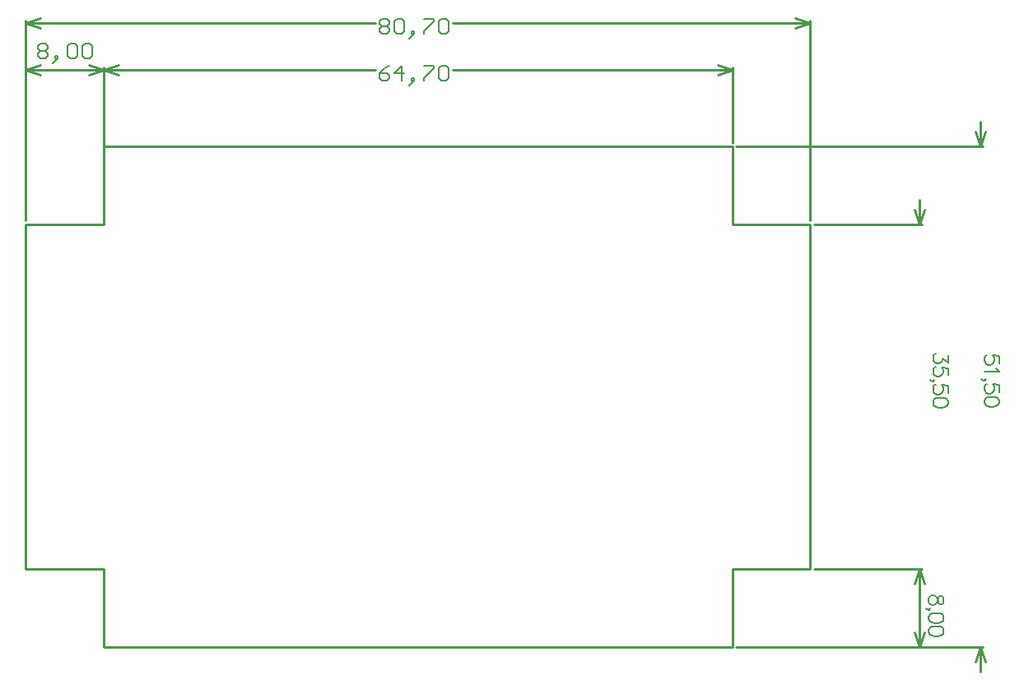
<source format=gbr>
%TF.GenerationSoftware,Altium Limited,Altium Designer,21.6.1 (37)*%
G04 Layer_Color=32768*
%FSLAX43Y43*%
%MOMM*%
%TF.SameCoordinates,1F06128E-DADF-4999-8CD8-60C71D9D28CE*%
%TF.FilePolarity,Positive*%
%TF.FileFunction,Other,Board_Outline_(ES)*%
%TF.Part,Single*%
G01*
G75*
%TA.AperFunction,NonConductor*%
%ADD45C,0.254*%
%ADD46C,0.152*%
D45*
X8000Y0D02*
X72700D01*
Y8000D01*
X80700D01*
Y43500D01*
X72700D02*
X80700D01*
X72700D02*
Y51500D01*
X8000D02*
X72700D01*
X8000Y43500D02*
Y51500D01*
X0Y43500D02*
X8000D01*
X0Y8000D02*
Y43500D01*
Y8000D02*
X8000D01*
Y0D02*
Y8000D01*
X91948D02*
X92456Y6476D01*
X91440D02*
X91948Y8000D01*
X91440Y1524D02*
X91948Y0D01*
X92456Y1524D01*
X91948Y4000D02*
Y8000D01*
Y0D02*
Y4000D01*
X81081Y8000D02*
X92202D01*
X73081Y0D02*
X92202D01*
X91948Y8000D02*
X92456Y6476D01*
X91440D02*
X91948Y8000D01*
X91440Y45024D02*
X91948Y43500D01*
X92456Y45024D01*
X91948Y5460D02*
Y8000D01*
Y43500D02*
Y46040D01*
X81081Y43500D02*
X92202D01*
X81081Y8000D02*
X92202D01*
X98171Y0D02*
X98679Y-1524D01*
X97663D02*
X98171Y0D01*
X97663Y53024D02*
X98171Y51500D01*
X98679Y53024D01*
X98171Y-2540D02*
Y0D01*
Y51500D02*
Y54040D01*
X73081Y51500D02*
X98425D01*
X73081Y0D02*
X98425D01*
X0Y59436D02*
X1524Y59944D01*
X0Y59436D02*
X1524Y58928D01*
X6476D02*
X8000Y59436D01*
X6476Y59944D02*
X8000Y59436D01*
X0D02*
X4000D01*
X8000D01*
X0Y43881D02*
Y59690D01*
X8000Y43881D02*
Y59690D01*
Y59436D02*
X9524Y59944D01*
X8000Y59436D02*
X9524Y58928D01*
X71176D02*
X72700Y59436D01*
X71176Y59944D02*
X72700Y59436D01*
X8000D02*
X35982D01*
X43905D02*
X72700D01*
X8000Y51881D02*
Y59690D01*
X72700Y51881D02*
Y59690D01*
X0Y64262D02*
X1524Y64770D01*
X0Y64262D02*
X1524Y63754D01*
X79176D02*
X80700Y64262D01*
X79176Y64770D02*
X80700Y64262D01*
X0D02*
X35982D01*
X43905D02*
X80700D01*
X0Y43881D02*
Y64516D01*
X80700Y43881D02*
Y64516D01*
D46*
X94422Y4945D02*
X94350Y5162D01*
X94205Y5235D01*
X94060D01*
X93914Y5162D01*
X93842Y5017D01*
X93769Y4727D01*
X93697Y4509D01*
X93552Y4364D01*
X93407Y4292D01*
X93189D01*
X93044Y4364D01*
X92971Y4437D01*
X92899Y4655D01*
Y4945D01*
X92971Y5162D01*
X93044Y5235D01*
X93189Y5308D01*
X93407D01*
X93552Y5235D01*
X93697Y5090D01*
X93769Y4872D01*
X93842Y4582D01*
X93914Y4437D01*
X94060Y4364D01*
X94205D01*
X94350Y4437D01*
X94422Y4655D01*
Y4945D01*
X92971Y3806D02*
X92899Y3878D01*
X92971Y3951D01*
X93044Y3878D01*
X92971Y3806D01*
X92826D01*
X92681Y3878D01*
X92608Y3951D01*
X94422Y3037D02*
X94350Y3254D01*
X94132Y3399D01*
X93769Y3472D01*
X93552D01*
X93189Y3399D01*
X92971Y3254D01*
X92899Y3037D01*
Y2891D01*
X92971Y2674D01*
X93189Y2529D01*
X93552Y2456D01*
X93769D01*
X94132Y2529D01*
X94350Y2674D01*
X94422Y2891D01*
Y3037D01*
Y1680D02*
X94350Y1897D01*
X94132Y2043D01*
X93769Y2115D01*
X93552D01*
X93189Y2043D01*
X92971Y1897D01*
X92899Y1680D01*
Y1535D01*
X92971Y1317D01*
X93189Y1172D01*
X93552Y1099D01*
X93769D01*
X94132Y1172D01*
X94350Y1317D01*
X94422Y1535D01*
Y1680D01*
X94865Y30055D02*
Y29257D01*
X94284Y29693D01*
Y29475D01*
X94212Y29330D01*
X94139Y29257D01*
X93922Y29185D01*
X93777D01*
X93559Y29257D01*
X93414Y29402D01*
X93341Y29620D01*
Y29838D01*
X93414Y30055D01*
X93486Y30128D01*
X93631Y30201D01*
X94865Y27973D02*
Y28699D01*
X94212Y28771D01*
X94284Y28699D01*
X94357Y28481D01*
Y28263D01*
X94284Y28046D01*
X94139Y27901D01*
X93922Y27828D01*
X93777D01*
X93559Y27901D01*
X93414Y28046D01*
X93341Y28263D01*
Y28481D01*
X93414Y28699D01*
X93486Y28771D01*
X93631Y28844D01*
X93414Y27342D02*
X93341Y27414D01*
X93414Y27487D01*
X93486Y27414D01*
X93414Y27342D01*
X93269D01*
X93124Y27414D01*
X93051Y27487D01*
X94865Y26137D02*
Y26863D01*
X94212Y26936D01*
X94284Y26863D01*
X94357Y26645D01*
Y26428D01*
X94284Y26210D01*
X94139Y26065D01*
X93922Y25992D01*
X93777D01*
X93559Y26065D01*
X93414Y26210D01*
X93341Y26428D01*
Y26645D01*
X93414Y26863D01*
X93486Y26936D01*
X93631Y27008D01*
X94865Y25216D02*
X94792Y25434D01*
X94575Y25579D01*
X94212Y25651D01*
X93994D01*
X93631Y25579D01*
X93414Y25434D01*
X93341Y25216D01*
Y25071D01*
X93414Y24853D01*
X93631Y24708D01*
X93994Y24636D01*
X94212D01*
X94575Y24708D01*
X94792Y24853D01*
X94865Y25071D01*
Y25216D01*
X100137Y29178D02*
Y29903D01*
X99484Y29976D01*
X99557Y29903D01*
X99629Y29685D01*
Y29468D01*
X99557Y29250D01*
X99412Y29105D01*
X99194Y29032D01*
X99049D01*
X98831Y29105D01*
X98686Y29250D01*
X98614Y29468D01*
Y29685D01*
X98686Y29903D01*
X98759Y29976D01*
X98904Y30048D01*
X99847Y28691D02*
X99920Y28546D01*
X100137Y28329D01*
X98614D01*
X98686Y27429D02*
X98614Y27501D01*
X98686Y27574D01*
X98759Y27501D01*
X98686Y27429D01*
X98541D01*
X98396Y27501D01*
X98323Y27574D01*
X100137Y26225D02*
Y26950D01*
X99484Y27023D01*
X99557Y26950D01*
X99629Y26732D01*
Y26515D01*
X99557Y26297D01*
X99412Y26152D01*
X99194Y26079D01*
X99049D01*
X98831Y26152D01*
X98686Y26297D01*
X98614Y26515D01*
Y26732D01*
X98686Y26950D01*
X98759Y27023D01*
X98904Y27095D01*
X100137Y25303D02*
X100065Y25521D01*
X99847Y25666D01*
X99484Y25738D01*
X99267D01*
X98904Y25666D01*
X98686Y25521D01*
X98614Y25303D01*
Y25158D01*
X98686Y24940D01*
X98904Y24795D01*
X99267Y24723D01*
X99484D01*
X99847Y24795D01*
X100065Y24940D01*
X100137Y25158D01*
Y25303D01*
X1295Y61874D02*
X1549Y62128D01*
X2057D01*
X2311Y61874D01*
Y61620D01*
X2057Y61366D01*
X2311Y61112D01*
Y60858D01*
X2057Y60604D01*
X1549D01*
X1295Y60858D01*
Y61112D01*
X1549Y61366D01*
X1295Y61620D01*
Y61874D01*
X1549Y61366D02*
X2057D01*
X3073Y60350D02*
X3327Y60604D01*
Y60858D01*
X3073D01*
Y60604D01*
X3327D01*
X3073Y60350D01*
X2819Y60096D01*
X4342Y61874D02*
X4596Y62128D01*
X5104D01*
X5358Y61874D01*
Y60858D01*
X5104Y60604D01*
X4596D01*
X4342Y60858D01*
Y61874D01*
X5866D02*
X6120Y62128D01*
X6628D01*
X6882Y61874D01*
Y60858D01*
X6628Y60604D01*
X6120D01*
X5866Y60858D01*
Y61874D01*
X37404Y59791D02*
X36897Y59538D01*
X36389Y59030D01*
Y58522D01*
X36643Y58268D01*
X37151D01*
X37404Y58522D01*
Y58776D01*
X37151Y59030D01*
X36389D01*
X38674Y58268D02*
Y59791D01*
X37912Y59030D01*
X38928D01*
X39690Y58014D02*
X39944Y58268D01*
Y58522D01*
X39690D01*
Y58268D01*
X39944D01*
X39690Y58014D01*
X39436Y57760D01*
X40959Y59791D02*
X41975D01*
Y59538D01*
X40959Y58522D01*
Y58268D01*
X42483Y59538D02*
X42737Y59791D01*
X43245D01*
X43498Y59538D01*
Y58522D01*
X43245Y58268D01*
X42737D01*
X42483Y58522D01*
Y59538D01*
X36389Y64364D02*
X36643Y64617D01*
X37151D01*
X37404Y64364D01*
Y64110D01*
X37151Y63856D01*
X37404Y63602D01*
Y63348D01*
X37151Y63094D01*
X36643D01*
X36389Y63348D01*
Y63602D01*
X36643Y63856D01*
X36389Y64110D01*
Y64364D01*
X36643Y63856D02*
X37151D01*
X37912Y64364D02*
X38166Y64617D01*
X38674D01*
X38928Y64364D01*
Y63348D01*
X38674Y63094D01*
X38166D01*
X37912Y63348D01*
Y64364D01*
X39690Y62840D02*
X39944Y63094D01*
Y63348D01*
X39690D01*
Y63094D01*
X39944D01*
X39690Y62840D01*
X39436Y62586D01*
X40959Y64617D02*
X41975D01*
Y64364D01*
X40959Y63348D01*
Y63094D01*
X42483Y64364D02*
X42737Y64617D01*
X43245D01*
X43498Y64364D01*
Y63348D01*
X43245Y63094D01*
X42737D01*
X42483Y63348D01*
Y64364D01*
%TF.MD5,6f6245c75aabeada551bba0bdfb6ac4b*%
M02*

</source>
